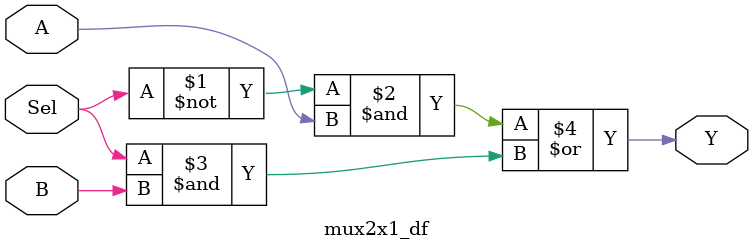
<source format=sv>
module mux2x1_df(input A, B, Sel, output Y);
  assign Y= (~Sel & A)| (Sel & B);
endmodule

</source>
